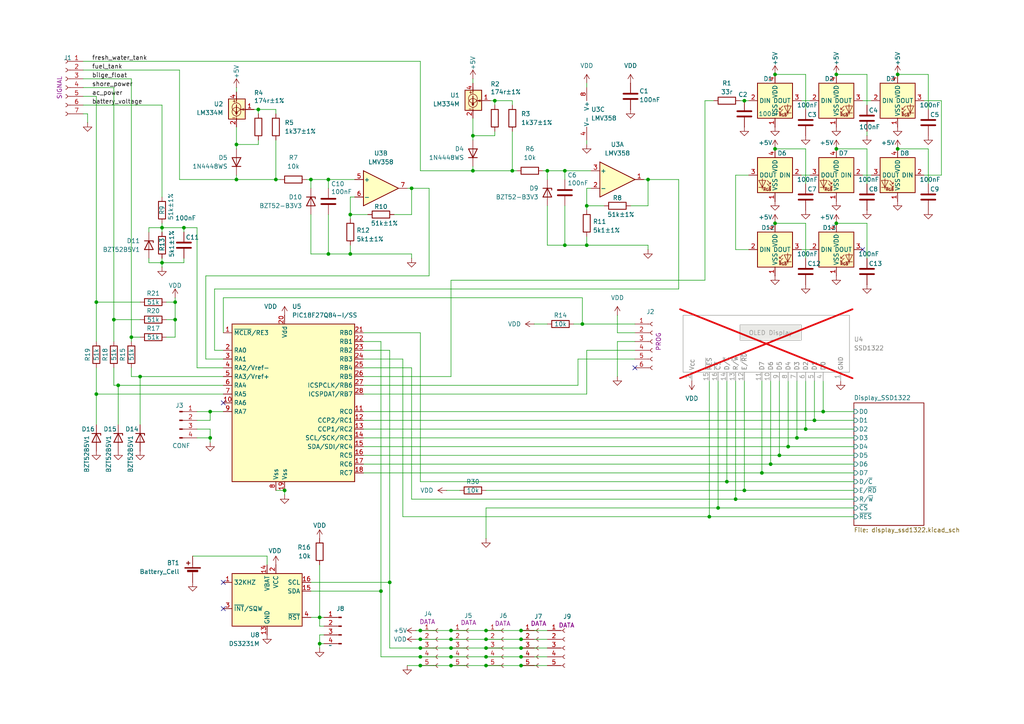
<source format=kicad_sch>
(kicad_sch (version 20250114) (generator "eeschema") (generator_version "9.0")
  (paper "A4")
  (junction (at 231.14 127))
  (junction (at 220.98 137.16))
  (junction (at 27.94 87.63))
  (junction (at 205.74 149.86))
  (junction (at 137.16 49.53))
  (junction (at 143.51 29.21))
  (junction (at 151.13 193.04))
  (junction (at 50.8 87.63))
  (junction (at 215.9 29.21))
  (junction (at 224.79 21.59))
  (junction (at 101.6 62.23))
  (junction (at 113.03 168.91))
  (junction (at 148.59 49.53))
  (junction (at 95.25 52.07))
  (junction (at 130.81 193.04))
  (junction (at 151.13 182.88))
  (junction (at 121.92 182.88))
  (junction (at 34.29 111.76))
  (junction (at 242.57 43.18))
  (junction (at 228.6 129.54))
  (junction (at 226.06 132.08))
  (junction (at 101.6 73.66))
  (junction (at 215.9 142.24))
  (junction (at 140.97 193.04))
  (junction (at 238.76 119.38))
  (junction (at 151.13 190.5))
  (junction (at 92.71 179.07))
  (junction (at 60.96 127))
  (junction (at 187.96 52.07))
  (junction (at 158.75 49.53))
  (junction (at 33.02 92.71))
  (junction (at 151.13 187.96))
  (junction (at 46.99 76.2))
  (junction (at 223.52 134.62))
  (junction (at 121.92 190.5))
  (junction (at 210.82 139.7))
  (junction (at 68.58 41.91))
  (junction (at 53.34 66.04))
  (junction (at 74.93 31.75))
  (junction (at 170.18 71.12))
  (junction (at 236.22 121.92))
  (junction (at 130.81 182.88))
  (junction (at 121.92 193.04))
  (junction (at 170.18 59.69))
  (junction (at 140.97 190.5))
  (junction (at 68.58 52.07))
  (junction (at 151.13 185.42))
  (junction (at 95.25 73.66))
  (junction (at 260.35 21.59))
  (junction (at 140.97 182.88))
  (junction (at 130.81 190.5))
  (junction (at 233.68 124.46))
  (junction (at 38.1 97.79))
  (junction (at 224.79 64.77))
  (junction (at 163.83 71.12))
  (junction (at 90.17 52.07))
  (junction (at 46.99 66.04))
  (junction (at 82.55 142.24))
  (junction (at 168.91 93.98))
  (junction (at 242.57 64.77))
  (junction (at 213.36 144.78))
  (junction (at 140.97 187.96))
  (junction (at 163.83 49.53))
  (junction (at 130.81 185.42))
  (junction (at 60.96 119.38))
  (junction (at 92.71 186.69))
  (junction (at 121.92 185.42))
  (junction (at 80.01 52.07))
  (junction (at 224.79 43.18))
  (junction (at 50.8 92.71))
  (junction (at 260.35 43.18))
  (junction (at 110.49 171.45))
  (junction (at 208.28 147.32))
  (junction (at 121.92 187.96))
  (junction (at 242.57 21.59))
  (junction (at 119.38 54.61))
  (junction (at 140.97 185.42))
  (junction (at 40.64 109.22))
  (junction (at 27.94 114.3))
  (junction (at 137.16 39.37))
  (junction (at 130.81 187.96))
  (no_connect (at 184.15 106.68))
  (no_connect (at 250.19 72.39))
  (no_connect (at 64.77 176.53))
  (no_connect (at 64.77 168.91))
  (no_connect (at 64.77 116.84))
  (wire (pts (xy 46.99 66.04) (xy 46.99 67.31)))
  (wire (pts (xy 179.07 99.06) (xy 179.07 109.22)))
  (wire (pts (xy 110.49 99.06) (xy 110.49 171.45)))
  (wire (pts (xy 232.41 72.39) (xy 234.95 72.39)))
  (wire (pts (xy 48.26 87.63) (xy 50.8 87.63)))
  (wire (pts (xy 182.88 59.69) (xy 187.96 59.69)))
  (wire (pts (xy 46.99 74.93) (xy 46.99 76.2)))
  (wire (pts (xy 220.98 110.49) (xy 220.98 137.16)))
  (wire (pts (xy 74.93 31.75) (xy 74.93 33.02)))
  (wire (pts (xy 157.48 49.53) (xy 158.75 49.53)))
  (wire (pts (xy 269.24 21.59) (xy 260.35 21.59)))
  (wire (pts (xy 213.36 144.78) (xy 119.38 144.78)))
  (wire (pts (xy 247.65 149.86) (xy 205.74 149.86)))
  (wire (pts (xy 60.96 121.92) (xy 57.15 121.92)))
  (wire (pts (xy 179.07 91.44) (xy 179.07 96.52)))
  (wire (pts (xy 269.24 31.75) (xy 269.24 21.59)))
  (wire (pts (xy 121.92 190.5) (xy 110.49 190.5)))
  (wire (pts (xy 251.46 43.18) (xy 242.57 43.18)))
  (wire (pts (xy 143.51 29.21) (xy 143.51 30.48)))
  (wire (pts (xy 46.99 76.2) (xy 46.99 77.47)))
  (wire (pts (xy 267.97 29.21) (xy 273.05 29.21)))
  (wire (pts (xy 114.3 62.23) (xy 119.38 62.23)))
  (wire (pts (xy 233.68 21.59) (xy 224.79 21.59)))
  (wire (pts (xy 34.29 111.76) (xy 34.29 123.19)))
  (wire (pts (xy 129.54 142.24) (xy 133.35 142.24)))
  (wire (pts (xy 251.46 21.59) (xy 242.57 21.59)))
  (wire (pts (xy 151.13 182.88) (xy 140.97 182.88)))
  (wire (pts (xy 93.98 181.61) (xy 92.71 181.61)))
  (wire (pts (xy 151.13 193.04) (xy 140.97 193.04)))
  (wire (pts (xy 68.58 25.4) (xy 68.58 26.67)))
  (wire (pts (xy 57.15 66.04) (xy 53.34 66.04)))
  (wire (pts (xy 34.29 111.76) (xy 64.77 111.76)))
  (wire (pts (xy 60.96 127) (xy 60.96 128.27)))
  (wire (pts (xy 101.6 71.12) (xy 101.6 73.66)))
  (wire (pts (xy 236.22 110.49) (xy 236.22 121.92)))
  (wire (pts (xy 105.41 129.54) (xy 228.6 129.54)))
  (wire (pts (xy 27.94 87.63) (xy 27.94 99.06)))
  (wire (pts (xy 77.47 161.29) (xy 55.88 161.29)))
  (wire (pts (xy 25.4 33.02) (xy 24.13 33.02)))
  (wire (pts (xy 167.64 111.76) (xy 105.41 111.76)))
  (wire (pts (xy 238.76 119.38) (xy 247.65 119.38)))
  (wire (pts (xy 68.58 52.07) (xy 80.01 52.07)))
  (wire (pts (xy 167.64 104.14) (xy 167.64 111.76)))
  (wire (pts (xy 80.01 33.02) (xy 80.01 31.75)))
  (wire (pts (xy 170.18 68.58) (xy 170.18 71.12)))
  (wire (pts (xy 68.58 36.83) (xy 68.58 41.91)))
  (wire (pts (xy 33.02 92.71) (xy 40.64 92.71)))
  (wire (pts (xy 143.51 29.21) (xy 148.59 29.21)))
  (wire (pts (xy 68.58 50.8) (xy 68.58 52.07)))
  (wire (pts (xy 50.8 97.79) (xy 50.8 92.71)))
  (wire (pts (xy 232.41 29.21) (xy 234.95 29.21)))
  (wire (pts (xy 113.03 101.6) (xy 105.41 101.6)))
  (wire (pts (xy 52.07 52.07) (xy 68.58 52.07)))
  (wire (pts (xy 228.6 129.54) (xy 247.65 129.54)))
  (wire (pts (xy 40.64 97.79) (xy 38.1 97.79)))
  (wire (pts (xy 80.01 52.07) (xy 81.28 52.07)))
  (wire (pts (xy 140.97 187.96) (xy 130.81 187.96)))
  (wire (pts (xy 90.17 171.45) (xy 110.49 171.45)))
  (wire (pts (xy 213.36 110.49) (xy 213.36 144.78)))
  (wire (pts (xy 110.49 99.06) (xy 105.41 99.06)))
  (wire (pts (xy 233.68 64.77) (xy 224.79 64.77)))
  (wire (pts (xy 208.28 110.49) (xy 208.28 147.32)))
  (wire (pts (xy 38.1 106.68) (xy 38.1 109.22)))
  (wire (pts (xy 151.13 185.42) (xy 140.97 185.42)))
  (wire (pts (xy 170.18 40.64) (xy 170.18 41.91)))
  (wire (pts (xy 64.77 86.36) (xy 168.91 86.36)))
  (wire (pts (xy 24.13 17.78) (xy 121.92 17.78)))
  (wire (pts (xy 40.64 109.22) (xy 40.64 123.19)))
  (wire (pts (xy 205.74 110.49) (xy 205.74 149.86)))
  (wire (pts (xy 163.83 49.53) (xy 171.45 49.53)))
  (wire (pts (xy 60.96 124.46) (xy 60.96 127)))
  (wire (pts (xy 74.93 41.91) (xy 68.58 41.91)))
  (wire (pts (xy 170.18 59.69) (xy 175.26 59.69)))
  (wire (pts (xy 233.68 43.18) (xy 224.79 43.18)))
  (wire (pts (xy 251.46 38.1) (xy 251.46 39.37)))
  (wire (pts (xy 158.75 71.12) (xy 163.83 71.12)))
  (wire (pts (xy 64.77 104.14) (xy 59.69 104.14)))
  (wire (pts (xy 137.16 39.37) (xy 137.16 40.64)))
  (wire (pts (xy 93.98 179.07) (xy 92.71 179.07)))
  (wire (pts (xy 187.96 59.69) (xy 187.96 52.07)))
  (wire (pts (xy 101.6 62.23) (xy 106.68 62.23)))
  (wire (pts (xy 158.75 59.69) (xy 158.75 71.12)))
  (wire (pts (xy 73.66 31.75) (xy 74.93 31.75)))
  (wire (pts (xy 170.18 59.69) (xy 170.18 60.96)))
  (wire (pts (xy 250.19 29.21) (xy 252.73 29.21)))
  (wire (pts (xy 238.76 110.49) (xy 238.76 119.38)))
  (wire (pts (xy 105.41 121.92) (xy 236.22 121.92)))
  (wire (pts (xy 60.96 119.38) (xy 60.96 121.92)))
  (wire (pts (xy 27.94 87.63) (xy 40.64 87.63)))
  (wire (pts (xy 46.99 66.04) (xy 46.99 64.77)))
  (wire (pts (xy 43.18 74.93) (xy 43.18 76.2)))
  (wire (pts (xy 33.02 111.76) (xy 34.29 111.76)))
  (wire (pts (xy 167.64 104.14) (xy 184.15 104.14)))
  (wire (pts (xy 217.17 50.8) (xy 213.36 50.8)))
  (wire (pts (xy 60.96 119.38) (xy 64.77 119.38)))
  (wire (pts (xy 170.18 24.13) (xy 170.18 25.4)))
  (wire (pts (xy 140.97 147.32) (xy 140.97 156.21)))
  (wire (pts (xy 124.46 54.61) (xy 119.38 54.61)))
  (wire (pts (xy 137.16 22.86) (xy 137.16 24.13)))
  (wire (pts (xy 90.17 168.91) (xy 113.03 168.91)))
  (wire (pts (xy 62.23 101.6) (xy 62.23 83.82)))
  (wire (pts (xy 90.17 62.23) (xy 90.17 73.66)))
  (wire (pts (xy 140.97 185.42) (xy 130.81 185.42)))
  (wire (pts (xy 119.38 62.23) (xy 119.38 54.61)))
  (wire (pts (xy 46.99 76.2) (xy 53.34 76.2)))
  (wire (pts (xy 50.8 87.63) (xy 50.8 86.36)))
  (wire (pts (xy 151.13 187.96) (xy 140.97 187.96)))
  (wire (pts (xy 148.59 49.53) (xy 149.86 49.53)))
  (wire (pts (xy 92.71 184.15) (xy 92.71 186.69)))
  (wire (pts (xy 158.75 49.53) (xy 158.75 52.07)))
  (wire (pts (xy 142.24 29.21) (xy 143.51 29.21)))
  (wire (pts (xy 210.82 110.49) (xy 210.82 139.7)))
  (wire (pts (xy 204.47 29.21) (xy 207.01 29.21)))
  (wire (pts (xy 121.92 185.42) (xy 120.65 185.42)))
  (wire (pts (xy 48.26 97.79) (xy 50.8 97.79)))
  (wire (pts (xy 154.94 93.98) (xy 158.75 93.98)))
  (wire (pts (xy 90.17 73.66) (xy 95.25 73.66)))
  (wire (pts (xy 143.51 38.1) (xy 143.51 39.37)))
  (wire (pts (xy 140.97 182.88) (xy 130.81 182.88)))
  (wire (pts (xy 95.25 52.07) (xy 102.87 52.07)))
  (wire (pts (xy 92.71 186.69) (xy 93.98 186.69)))
  (wire (pts (xy 137.16 49.53) (xy 148.59 49.53)))
  (wire (pts (xy 68.58 41.91) (xy 68.58 43.18)))
  (wire (pts (xy 158.75 190.5) (xy 151.13 190.5)))
  (wire (pts (xy 59.69 80.01) (xy 124.46 80.01)))
  (wire (pts (xy 113.03 168.91) (xy 113.03 187.96)))
  (wire (pts (xy 57.15 124.46) (xy 60.96 124.46)))
  (wire (pts (xy 250.19 50.8) (xy 252.73 50.8)))
  (wire (pts (xy 205.74 149.86) (xy 116.84 149.86)))
  (wire (pts (xy 119.38 54.61) (xy 118.11 54.61)))
  (wire (pts (xy 170.18 71.12) (xy 187.96 71.12)))
  (wire (pts (xy 105.41 124.46) (xy 233.68 124.46)))
  (wire (pts (xy 38.1 109.22) (xy 40.64 109.22)))
  (wire (pts (xy 119.38 144.78) (xy 119.38 106.68)))
  (wire (pts (xy 88.9 52.07) (xy 90.17 52.07)))
  (wire (pts (xy 158.75 49.53) (xy 163.83 49.53)))
  (wire (pts (xy 163.83 59.69) (xy 163.83 71.12)))
  (wire (pts (xy 53.34 67.31) (xy 53.34 66.04)))
  (wire (pts (xy 231.14 110.49) (xy 231.14 127)))
  (wire (pts (xy 223.52 110.49) (xy 223.52 134.62)))
  (wire (pts (xy 50.8 92.71) (xy 50.8 87.63)))
  (wire (pts (xy 251.46 74.93) (xy 251.46 64.77)))
  (wire (pts (xy 43.18 76.2) (xy 46.99 76.2)))
  (wire (pts (xy 57.15 127) (xy 60.96 127)))
  (wire (pts (xy 121.92 96.52) (xy 105.41 96.52)))
  (wire (pts (xy 90.17 52.07) (xy 95.25 52.07)))
  (wire (pts (xy 116.84 149.86) (xy 116.84 104.14)))
  (wire (pts (xy 196.85 83.82) (xy 196.85 52.07)))
  (wire (pts (xy 158.75 185.42) (xy 151.13 185.42)))
  (wire (pts (xy 233.68 31.75) (xy 233.68 21.59)))
  (wire (pts (xy 92.71 181.61) (xy 92.71 179.07)))
  (wire (pts (xy 204.47 81.28) (xy 204.47 29.21)))
  (wire (pts (xy 140.97 142.24) (xy 215.9 142.24)))
  (wire (pts (xy 27.94 114.3) (xy 27.94 123.19)))
  (wire (pts (xy 90.17 179.07) (xy 92.71 179.07)))
  (wire (pts (xy 124.46 80.01) (xy 124.46 54.61)))
  (wire (pts (xy 233.68 53.34) (xy 233.68 43.18)))
  (wire (pts (xy 119.38 73.66) (xy 119.38 74.93)))
  (wire (pts (xy 33.02 25.4) (xy 33.02 92.71)))
  (wire (pts (xy 247.65 139.7) (xy 210.82 139.7)))
  (wire (pts (xy 215.9 110.49) (xy 215.9 142.24)))
  (wire (pts (xy 158.75 193.04) (xy 151.13 193.04)))
  (wire (pts (xy 215.9 29.21) (xy 217.17 29.21)))
  (wire (pts (xy 59.69 104.14) (xy 59.69 80.01)))
  (wire (pts (xy 93.98 184.15) (xy 92.71 184.15)))
  (wire (pts (xy 187.96 71.12) (xy 187.96 72.39)))
  (wire (pts (xy 148.59 30.48) (xy 148.59 29.21)))
  (wire (pts (xy 27.94 114.3) (xy 64.77 114.3)))
  (wire (pts (xy 247.65 144.78) (xy 213.36 144.78)))
  (wire (pts (xy 236.22 121.92) (xy 247.65 121.92)))
  (wire (pts (xy 80.01 40.64) (xy 80.01 52.07)))
  (wire (pts (xy 213.36 72.39) (xy 217.17 72.39)))
  (wire (pts (xy 158.75 187.96) (xy 151.13 187.96)))
  (wire (pts (xy 82.55 142.24) (xy 82.55 143.51)))
  (wire (pts (xy 121.92 187.96) (xy 113.03 187.96)))
  (wire (pts (xy 151.13 190.5) (xy 140.97 190.5)))
  (wire (pts (xy 148.59 38.1) (xy 148.59 49.53)))
  (wire (pts (xy 130.81 81.28) (xy 204.47 81.28)))
  (wire (pts (xy 38.1 97.79) (xy 38.1 99.06)))
  (wire (pts (xy 90.17 52.07) (xy 90.17 54.61)))
  (wire (pts (xy 163.83 52.07) (xy 163.83 49.53)))
  (wire (pts (xy 171.45 54.61) (xy 170.18 54.61)))
  (wire (pts (xy 213.36 50.8) (xy 213.36 72.39)))
  (wire (pts (xy 269.24 43.18) (xy 260.35 43.18)))
  (wire (pts (xy 121.92 182.88) (xy 120.65 182.88)))
  (wire (pts (xy 170.18 101.6) (xy 184.15 101.6)))
  (wire (pts (xy 105.41 106.68) (xy 119.38 106.68)))
  (wire (pts (xy 163.83 71.12) (xy 170.18 71.12)))
  (wire (pts (xy 247.65 147.32) (xy 208.28 147.32)))
  (wire (pts (xy 24.13 25.4) (xy 33.02 25.4)))
  (wire (pts (xy 105.41 109.22) (xy 130.81 109.22)))
  (wire (pts (xy 105.41 119.38) (xy 238.76 119.38)))
  (wire (pts (xy 228.6 110.49) (xy 228.6 129.54)))
  (wire (pts (xy 52.07 20.32) (xy 52.07 52.07)))
  (wire (pts (xy 233.68 110.49) (xy 233.68 124.46)))
  (wire (pts (xy 27.94 114.3) (xy 27.94 106.68)))
  (wire (pts (xy 143.51 39.37) (xy 137.16 39.37)))
  (wire (pts (xy 121.92 193.04) (xy 118.11 193.04)))
  (wire (pts (xy 105.41 134.62) (xy 223.52 134.62)))
  (wire (pts (xy 269.24 53.34) (xy 269.24 43.18)))
  (wire (pts (xy 168.91 86.36) (xy 168.91 93.98)))
  (wire (pts (xy 232.41 50.8) (xy 234.95 50.8)))
  (wire (pts (xy 168.91 93.98) (xy 184.15 93.98)))
  (wire (pts (xy 57.15 119.38) (xy 60.96 119.38)))
  (wire (pts (xy 27.94 27.94) (xy 27.94 87.63)))
  (wire (pts (xy 102.87 57.15) (xy 101.6 57.15)))
  (wire (pts (xy 38.1 22.86) (xy 24.13 22.86)))
  (wire (pts (xy 251.46 53.34) (xy 251.46 43.18)))
  (wire (pts (xy 105.41 132.08) (xy 226.06 132.08)))
  (wire (pts (xy 43.18 66.04) (xy 43.18 67.31)))
  (wire (pts (xy 77.47 163.83) (xy 77.47 161.29)))
  (wire (pts (xy 64.77 101.6) (xy 62.23 101.6)))
  (wire (pts (xy 273.05 29.21) (xy 273.05 50.8)))
  (wire (pts (xy 53.34 74.93) (xy 53.34 76.2)))
  (wire (pts (xy 184.15 96.52) (xy 179.07 96.52)))
  (wire (pts (xy 113.03 101.6) (xy 113.03 168.91)))
  (wire (pts (xy 105.41 127) (xy 231.14 127)))
  (wire (pts (xy 223.52 134.62) (xy 247.65 134.62)))
  (wire (pts (xy 46.99 66.04) (xy 43.18 66.04)))
  (wire (pts (xy 140.97 190.5) (xy 130.81 190.5)))
  (wire (pts (xy 95.25 54.61) (xy 95.25 52.07)))
  (wire (pts (xy 196.85 52.07) (xy 187.96 52.07)))
  (wire (pts (xy 170.18 54.61) (xy 170.18 59.69)))
  (wire (pts (xy 140.97 193.04) (xy 130.81 193.04)))
  (wire (pts (xy 46.99 66.04) (xy 53.34 66.04)))
  (wire (pts (xy 137.16 48.26) (xy 137.16 49.53)))
  (wire (pts (xy 226.06 110.49) (xy 226.06 132.08)))
  (wire (pts (xy 24.13 27.94) (xy 27.94 27.94)))
  (wire (pts (xy 74.93 31.75) (xy 80.01 31.75)))
  (wire (pts (xy 121.92 96.52) (xy 121.92 139.7)))
  (wire (pts (xy 226.06 132.08) (xy 247.65 132.08)))
  (wire (pts (xy 214.63 29.21) (xy 215.9 29.21)))
  (wire (pts (xy 62.23 83.82) (xy 196.85 83.82)))
  (wire (pts (xy 231.14 127) (xy 247.65 127)))
  (wire (pts (xy 33.02 99.06) (xy 33.02 92.71)))
  (wire (pts (xy 92.71 179.07) (xy 92.71 163.83)))
  (wire (pts (xy 105.41 137.16) (xy 220.98 137.16)))
  (wire (pts (xy 130.81 185.42) (xy 121.92 185.42)))
  (wire (pts (xy 233.68 74.93) (xy 233.68 64.77)))
  (wire (pts (xy 184.15 99.06) (xy 179.07 99.06)))
  (wire (pts (xy 74.93 40.64) (xy 74.93 41.91)))
  (wire (pts (xy 38.1 22.86) (xy 38.1 97.79)))
  (wire (pts (xy 158.75 182.88) (xy 151.13 182.88)))
  (wire (pts (xy 48.26 92.71) (xy 50.8 92.71)))
  (wire (pts (xy 24.13 30.48) (xy 46.99 30.48)))
  (wire (pts (xy 24.13 20.32) (xy 52.07 20.32)))
  (wire (pts (xy 273.05 50.8) (xy 267.97 50.8)))
  (wire (pts (xy 64.77 96.52) (xy 64.77 86.36)))
  (wire (pts (xy 130.81 190.5) (xy 121.92 190.5)))
  (wire (pts (xy 101.6 62.23) (xy 101.6 63.5)))
  (wire (pts (xy 130.81 187.96) (xy 121.92 187.96)))
  (wire (pts (xy 208.28 147.32) (xy 140.97 147.32)))
  (wire (pts (xy 105.41 114.3) (xy 170.18 114.3)))
  (wire (pts (xy 210.82 139.7) (xy 121.92 139.7)))
  (wire (pts (xy 33.02 111.76) (xy 33.02 106.68)))
  (wire (pts (xy 137.16 34.29) (xy 137.16 39.37)))
  (wire (pts (xy 92.71 186.69) (xy 92.71 187.96)))
  (wire (pts (xy 166.37 93.98) (xy 168.91 93.98)))
  (wire (pts (xy 80.01 142.24) (xy 82.55 142.24)))
  (wire (pts (xy 25.4 33.02) (xy 25.4 35.56)))
  (wire (pts (xy 121.92 49.53) (xy 137.16 49.53)))
  (wire (pts (xy 40.64 109.22) (xy 64.77 109.22)))
  (wire (pts (xy 130.81 182.88) (xy 121.92 182.88)))
  (wire (pts (xy 95.25 73.66) (xy 101.6 73.66)))
  (wire (pts (xy 251.46 30.48) (xy 251.46 21.59)))
  (wire (pts (xy 130.81 81.28) (xy 130.81 109.22)))
  (wire (pts (xy 170.18 114.3) (xy 170.18 101.6)))
  (wire (pts (xy 130.81 193.04) (xy 121.92 193.04)))
  (wire (pts (xy 46.99 57.15) (xy 46.99 30.48)))
  (wire (pts (xy 220.98 137.16) (xy 247.65 137.16)))
  (wire (pts (xy 57.15 106.68) (xy 57.15 66.04)))
  (wire (pts (xy 187.96 52.07) (xy 186.69 52.07)))
  (wire (pts (xy 101.6 73.66) (xy 119.38 73.66)))
  (wire (pts (xy 110.49 171.45) (xy 110.49 190.5)))
  (wire (pts (xy 233.68 124.46) (xy 247.65 124.46)))
  (wire (pts (xy 251.46 64.77) (xy 242.57 64.77)))
  (wire (pts (xy 101.6 57.15) (xy 101.6 62.23)))
  (wire (pts (xy 116.84 104.14) (xy 105.41 104.14)))
  (wire (pts (xy 121.92 17.78) (xy 121.92 49.53)))
  (wire (pts (xy 64.77 106.68) (xy 57.15 106.68)))
  (wire (pts (xy 215.9 142.24) (xy 247.65 142.24)))
  (wire (pts (xy 95.25 62.23) (xy 95.25 73.66)))
  (label "bilge_float" (at 26.67 22.86 0))
  (label "fresh_water_tank" (at 26.67 17.78 0))
  (label "shore_power" (at 26.67 25.4 0))
  (label "battery_voltage" (at 26.67 30.48 0))
  (label "ac_power" (at 26.67 27.94 0))
  (label "fuel_tank" (at 26.67 20.32 0))
  (symbol (lib_id "Connector:Conn_01x07_Socket") (at 19.05 25.4 0) (mirror y) (unit 1)
    (property "Reference" "J1" (at 20.828 16.764 0) (effects (justify left)))
    (property "Footprint" "Connector_Molex:Molex_Pico-Lock_504050-0791_1x07-1MP_P1.50mm_Horizontal" (effects (hide yes)))
    (property "Description" "Generic connector, single row, 01x07, script generated" (effects (hide yes)))
    (property "Label" "SIGNAL" (at 17.272 25.4 90))
  )
  (symbol (lib_id "Device:R") (at 44.45 87.63 270) (mirror x) (unit 1)
    (property "Reference" "R21" (at 44.45 85.09 90))
    (property "Value" "51k" (at 44.45 87.63 90))
    (property "Footprint" "Resistor_SMD:R_0805_2012Metric_Pad1.20x1.40mm_HandSolder" (effects (hide yes)))
    (property "Description" "Resistor" (effects (hide yes)))
  )
  (symbol (lib_id "power:GND") (at 233.68 82.55 0) (mirror y) (unit 1)
    (property "Reference" "#PWR034" (effects (hide yes)))
    (property "Value" "GND" (effects (hide yes)))
    (property "Description" "Power symbol creates a global label with name \"GND\" , ground" (effects (hide yes)))
  )
  (symbol (lib_id "Device:C") (at 251.46 34.29 0) (unit 1)
    (property "Reference" "C4" (at 251.968 32.004 0) (effects (justify left)))
    (property "Value" "100nF" (at 249.174 36.83 0) (effects (justify left)))
    (property "Footprint" "Capacitor_SMD:C_0805_2012Metric_Pad1.18x1.45mm_HandSolder" (effects (hide yes)))
    (property "Description" "Unpolarized capacitor" (effects (hide yes)))
  )
  (symbol (lib_id "panel-library:SSD1322_board") (at 223.52 107.95 90) (unit 1) (dnp yes)
    (property "Reference" "U4" (at 247.65 98.4249 90) (effects (justify right)))
    (property "Value" "SSD1322" (at 247.65 100.9649 90) (effects (justify right)))
    (property "Footprint" "panel-library:Display_256x64_3.12in_board" (effects (hide yes)))
  )
  (symbol (lib_id "Device:C") (at 251.46 78.74 0) (unit 1)
    (property "Reference" "C13" (at 251.968 76.454 0) (effects (justify left)))
    (property "Value" "100nF" (at 248.92 73.66 0) (effects (justify left)))
    (property "Footprint" "Capacitor_SMD:C_0805_2012Metric_Pad1.18x1.45mm_HandSolder" (effects (hide yes)))
    (property "Description" "Unpolarized capacitor" (effects (hide yes)))
  )
  (symbol (lib_id "power:+5V") (at 68.58 25.4 0) (unit 1)
    (property "Reference" "#PWR07" (effects (hide yes)))
    (property "Value" "+5V" (at 68.58 20.828 90))
    (property "Description" "Power symbol creates a global label with name \"+5V\"" (effects (hide yes)))
  )
  (symbol (lib_id "Device:R") (at 92.71 160.02 0) (mirror x) (unit 1)
    (property "Reference" "R16" (at 90.17 158.7499 0) (effects (justify right)))
    (property "Value" "10k" (at 90.17 161.2899 0) (effects (justify right)))
    (property "Footprint" "Resistor_SMD:R_0805_2012Metric_Pad1.20x1.40mm_HandSolder" (effects (hide yes)))
    (property "Description" "Resistor" (effects (hide yes)))
  )
  (symbol (lib_id "Device:R") (at 85.09 52.07 90) (unit 1)
    (property "Reference" "R7" (at 85.09 45.72 90))
    (property "Value" "10k" (at 85.09 48.26 90))
    (property "Footprint" "Resistor_SMD:R_0805_2012Metric_Pad1.20x1.40mm_HandSolder" (effects (hide yes)))
    (property "Description" "Resistor" (effects (hide yes)))
  )
  (symbol (lib_id "power:VDD") (at 129.54 142.24 90) (unit 1)
    (property "Reference" "#PWR039" (effects (hide yes)))
    (property "Value" "VDD" (at 125.73 142.2399 90) (effects (justify left)))
    (property "Description" "Power symbol creates a global label with name \"VDD\"" (effects (hide yes)))
  )
  (symbol (lib_id "power:GND") (at 251.46 82.55 0) (mirror y) (unit 1)
    (property "Reference" "#PWR035" (effects (hide yes)))
    (property "Value" "GND" (effects (hide yes)))
    (property "Description" "Power symbol creates a global label with name \"GND\" , ground" (effects (hide yes)))
  )
  (symbol (lib_id "Device:R") (at 179.07 59.69 270) (unit 1)
    (property "Reference" "R8" (at 179.07 57.404 90))
    (property "Value" "51k±1%" (at 180.086 62.23 90))
    (property "Footprint" "Resistor_SMD:R_0603_1608Metric_Pad0.98x0.95mm_HandSolder" (effects (hide yes)))
    (property "Description" "Resistor" (effects (hide yes)))
  )
  (symbol (lib_id "Device:R") (at 44.45 97.79 270) (mirror x) (unit 1)
    (property "Reference" "R17" (at 44.45 95.25 90))
    (property "Value" "51k" (at 44.45 97.79 90))
    (property "Footprint" "Resistor_SMD:R_0805_2012Metric_Pad1.20x1.40mm_HandSolder" (effects (hide yes)))
    (property "Description" "Resistor" (effects (hide yes)))
  )
  (symbol (lib_id "Amplifier_Operational:LMV358") (at 110.49 54.61 0) (unit 2)
    (property "Reference" "U3" (at 110.49 44.45 0))
    (property "Value" "LMV358" (at 110.49 46.99 0))
    (property "Footprint" "Package_SO:SOIC-8_3.9x4.9mm_P1.27mm" (effects (hide yes)))
    (property "Datasheet" "http://www.ti.com/lit/ds/symlink/lmv324.pdf" (effects (hide yes)))
    (property "Description" "Dual Low-Voltage Rail-to-Rail Output Operational Amplifiers, SOIC-8/SSOP-8" (effects (hide yes)))
  )
  (symbol (lib_id "Diode:1N4448WS") (at 137.16 44.45 270) (mirror x) (unit 1)
    (property "Reference" "D4" (at 134.62 43.1799 90) (effects (justify right)))
    (property "Value" "1N4448WS" (at 134.62 45.7199 90) (effects (justify right)))
    (property "Footprint" "Diode_SMD:D_SOD-323" (effects (hide yes)))
    (property "Datasheet" "https://www.vishay.com/docs/81387/1n4448ws.pdf" (effects (hide yes)))
    (property "Description" "75V 0.15A Small Signal Fast switching Diode, SOD-323" (effects (hide yes)))
    (property "Sim.Device" "D" (effects (hide yes)))
    (property "Sim.Pins" "1=K 2=A" (effects (hide yes)))
  )
  (symbol (lib_id "power:GND") (at 119.38 74.93 0) (unit 1)
    (property "Reference" "#PWR030" (effects (hide yes)))
    (property "Value" "GND" (effects (hide yes)))
    (property "Description" "Power symbol creates a global label with name \"GND\" , ground" (effects (hide yes)))
  )
  (symbol (lib_id "LED:LiteOn_LTST-E563C") (at 224.79 50.8 0) (mirror y) (unit 1)
    (property "Reference" "D6" (at 226.822 44.45 0))
    (property "Value" "LiteOn_LTST-E563C" (effects (hide yes)))
    (property "Footprint" "panel-library:LED_LiteOn_LTST-E563C_PLCC4_5.0x5.0mm_P3.2mm" (effects (hide yes)))
    (property "Datasheet" "https://optoelectronics.liteon.com/upload/download/DS35-2018-0092/LTST-E563CHEGBW-AW.PDF" (effects (hide yes)))
    (property "Description" "5x5mm RGB LED with integrated controller" (effects (hide yes)))
  )
  (symbol (lib_id "Device:R") (at 27.94 102.87 0) (mirror y) (unit 1)
    (property "Reference" "R19" (at 25.4 102.87 90))
    (property "Value" "51k" (at 27.94 102.87 90))
    (property "Footprint" "Resistor_SMD:R_0805_2012Metric_Pad1.20x1.40mm_HandSolder" (effects (hide yes)))
    (property "Description" "Resistor" (effects (hide yes)))
  )
  (symbol (lib_id "Device:C") (at 53.34 71.12 0) (unit 1)
    (property "Reference" "C11" (at 53.848 68.834 0) (effects (justify left)))
    (property "Value" "100nF" (at 50.8 63.246 0) (effects (justify left)))
    (property "Footprint" "Capacitor_SMD:C_0805_2012Metric_Pad1.18x1.45mm_HandSolder" (effects (hide yes)))
    (property "Description" "Unpolarized capacitor" (effects (hide yes)))
  )
  (symbol (lib_id "Connector:Conn_01x05_Socket") (at 127 187.96 0) (unit 1)
    (property "Reference" "J4" (at 122.936 178.054 0) (effects (justify left)))
    (property "Footprint" "Connector_Molex:Molex_Pico-Lock_504050-0591_1x05-1MP_P1.50mm_Horizontal" (effects (hide yes)))
    (property "Description" "Generic connector, single row, 01x05, script generated" (effects (hide yes)))
    (property "Label" "DATA" (at 123.952 180.34 0))
  )
  (symbol (lib_id "Timer_RTC:DS3231M") (at 77.47 173.99 0) (mirror y) (unit 1)
    (property "Reference" "U8" (at 75.3267 184.15 0) (effects (justify left)))
    (property "Value" "DS3231M" (at 75.3267 186.69 0) (effects (justify left)))
    (property "Footprint" "Package_SO:SOIC-16W_7.5x10.3mm_P1.27mm" (effects (hide yes)))
    (property "Datasheet" "http://datasheets.maximintegrated.com/en/ds/DS3231.pdf" (effects (hide yes)))
    (property "Description" "Extremely Accurate I2C-Integrated RTC/TCXO/Crystal SOIC-16" (effects (hide yes)))
  )
  (symbol (lib_id "power:GND") (at 46.99 77.47 0) (unit 1)
    (property "Reference" "#PWR031" (effects (hide yes)))
    (property "Value" "GND" (effects (hide yes)))
    (property "Description" "Power symbol creates a global label with name \"GND\" , ground" (effects (hide yes)))
  )
  (symbol (lib_id "power:+5V") (at 137.16 22.86 0) (unit 1)
    (property "Reference" "#PWR04" (effects (hide yes)))
    (property "Value" "+5V" (at 137.16 18.288 90))
    (property "Description" "Power symbol creates a global label with name \"+5V\"" (effects (hide yes)))
  )
  (symbol (lib_id "power:GND") (at 224.79 80.01 0) (mirror y) (unit 1)
    (property "Reference" "#PWR032" (effects (hide yes)))
    (property "Value" "GND" (effects (hide yes)))
    (property "Description" "Power symbol creates a global label with name \"GND\" , ground" (effects (hide yes)))
  )
  (symbol (lib_id "Device:R") (at 74.93 36.83 0) (unit 1)
    (property "Reference" "R4" (at 73.66 26.924 0) (effects (justify left)))
    (property "Value" "174r±1%" (at 73.66 29.21 0) (effects (justify left)))
    (property "Footprint" "Resistor_SMD:R_0805_2012Metric_Pad1.20x1.40mm_HandSolder" (effects (hide yes)))
    (property "Description" "Resistor" (effects (hide yes)))
  )
  (symbol (lib_id "Device:R") (at 101.6 67.31 180) (unit 1)
    (property "Reference" "R12" (at 103.378 66.802 0) (effects (justify right)))
    (property "Value" "5k1±1%" (at 103.378 69.342 0) (effects (justify right)))
    (property "Footprint" "Resistor_SMD:R_0603_1608Metric_Pad0.98x0.95mm_HandSolder" (effects (hide yes)))
    (property "Description" "Resistor" (effects (hide yes)))
  )
  (symbol (lib_id "Device:R") (at 137.16 142.24 90) (unit 1)
    (property "Reference" "R30" (at 137.16 139.7 90))
    (property "Value" "10k" (at 137.16 142.24 90))
    (property "Footprint" "Resistor_SMD:R_0805_2012Metric_Pad1.20x1.40mm_HandSolder" (effects (hide yes)))
    (property "Description" "Resistor" (effects (hide yes)))
  )
  (symbol (lib_id "Device:R") (at 170.18 64.77 180) (unit 1)
    (property "Reference" "R11" (at 171.958 64.262 0) (effects (justify right)))
    (property "Value" "5k1±1%" (at 171.958 66.802 0) (effects (justify right)))
    (property "Footprint" "Resistor_SMD:R_0603_1608Metric_Pad0.98x0.95mm_HandSolder" (effects (hide yes)))
    (property "Description" "Resistor" (effects (hide yes)))
  )
  (symbol (lib_id "power:GND") (at 260.35 58.42 0) (mirror y) (unit 1)
    (property "Reference" "#PWR023" (effects (hide yes)))
    (property "Value" "GND" (effects (hide yes)))
    (property "Description" "Power symbol creates a global label with name \"GND\" , ground" (effects (hide yes)))
  )
  (symbol (lib_id "power:GND") (at 82.55 143.51 0) (unit 1)
    (property "Reference" "#PWR048" (effects (hide yes)))
    (property "Value" "GND" (effects (hide yes)))
    (property "Description" "Power symbol creates a global label with name \"GND\" , ground" (effects (hide yes)))
  )
  (symbol (lib_id "power:GND") (at 140.97 156.21 0) (unit 1)
    (property "Reference" "#PWR042" (effects (hide yes)))
    (property "Value" "GND" (effects (hide yes)))
    (property "Description" "Power symbol creates a global label with name \"GND\" , ground" (effects (hide yes)))
  )
  (symbol (lib_id "power:+5V") (at 224.79 64.77 0) (mirror y) (unit 1)
    (property "Reference" "#PWR027" (effects (hide yes)))
    (property "Value" "+5V" (at 221.996 62.992 0))
    (property "Description" "Power symbol creates a global label with name \"+5V\"" (effects (hide yes)))
  )
  (symbol (lib_id "power:GND") (at 242.57 36.83 0) (mirror y) (unit 1)
    (property "Reference" "#PWR012" (effects (hide yes)))
    (property "Value" "GND" (effects (hide yes)))
    (property "Description" "Power symbol creates a global label with name \"GND\" , ground" (effects (hide yes)))
  )
  (symbol (lib_id "LED:LiteOn_LTST-E563C") (at 224.79 72.39 0) (unit 1)
    (property "Reference" "D12" (at 222.758 66.04 0))
    (property "Value" "LiteOn_LTST-E563C" (effects (hide yes)))
    (property "Footprint" "panel-library:LED_LiteOn_LTST-E563C_PLCC4_5.0x5.0mm_P3.2mm" (effects (hide yes)))
    (property "Datasheet" "https://optoelectronics.liteon.com/upload/download/DS35-2018-0092/LTST-E563CHEGBW-AW.PDF" (effects (hide yes)))
    (property "Description" "5x5mm RGB LED with integrated controller" (effects (hide yes)))
  )
  (symbol (lib_id "power:VDD") (at 200.66 110.49 180) (unit 1)
    (property "Reference" "#PWR045" (effects (hide yes)))
    (property "Value" "VDD" (at 200.66 115.57 0))
    (property "Description" "Power symbol creates a global label with name \"VDD\"" (effects (hide yes)))
  )
  (symbol (lib_id "Connector:Conn_01x04_Pin") (at 52.07 121.92 0) (unit 1)
    (property "Reference" "J3" (at 52.07 117.602 0))
    (property "Value" "CONF" (at 52.578 129.286 0))
    (property "Footprint" "Connector_PinHeader_2.00mm:PinHeader_1x04_P2.00mm_Vertical_SMD_Pin1Left" (effects (hide yes)))
    (property "Description" "Generic connector, single row, 01x04, script generated" (effects (hide yes)))
    (property "Label" "CONF" (effects (hide yes)))
  )
  (symbol (lib_id "Device:R") (at 162.56 93.98 90) (unit 1)
    (property "Reference" "R14" (at 162.56 91.44 90))
    (property "Value" "10k" (at 162.56 93.98 90))
    (property "Footprint" "Resistor_SMD:R_0805_2012Metric_Pad1.20x1.40mm_HandSolder" (effects (hide yes)))
    (property "Description" "Resistor" (effects (hide yes)))
  )
  (symbol (lib_id "power:GND") (at 118.11 193.04 0) (unit 1)
    (property "Reference" "#PWR064" (effects (hide yes)))
    (property "Value" "GND" (effects (hide yes)))
    (property "Description" "Power symbol creates a global label with name \"GND\" , ground" (effects (hide yes)))
  )
  (symbol (lib_id "Diode:BZT52Bxx") (at 43.18 71.12 270) (unit 1)
    (property "Reference" "D11" (at 40.64 69.8499 90) (effects (justify right)))
    (property "Value" "BZT52B5V1" (at 40.64 72.3899 90) (effects (justify right)))
    (property "Footprint" "Diode_SMD:D_SOD-123" (effects (hide yes)))
    (property "Datasheet" "https://diotec.com/tl_files/diotec/files/pdf/datasheets/bzt52b2v4.pdf" (effects (hide yes)))
    (property "Description" "500mW Zener Diode, SOD-123F" (effects (hide yes)))
  )
  (symbol (lib_id "Amplifier_Operational:LMV358") (at 172.72 33.02 0) (unit 3)
    (property "Reference" "U3" (at 171.45 31.7499 0) (effects (justify left)))
    (property "Value" "LMV358" (at 171.45 34.2899 0) (effects (justify left)))
    (property "Footprint" "Package_SO:SOIC-8_3.9x4.9mm_P1.27mm" (effects (hide yes)))
    (property "Datasheet" "http://www.ti.com/lit/ds/symlink/lmv324.pdf" (effects (hide yes)))
    (property "Description" "Dual Low-Voltage Rail-to-Rail Output Operational Amplifiers, SOIC-8/SSOP-8" (effects (hide yes)))
  )
  (symbol (lib_id "power:VDD") (at 82.55 91.44 0) (unit 1)
    (property "Reference" "#PWR036" (effects (hide yes)))
    (property "Value" "VDD" (at 78.486 88.9 0))
    (property "Description" "Power symbol creates a global label with name \"VDD\"" (effects (hide yes)))
  )
  (symbol (lib_id "Device:R") (at 33.02 102.87 0) (mirror y) (unit 1)
    (property "Reference" "R18" (at 30.48 102.87 90))
    (property "Value" "51k" (at 33.02 102.87 90))
    (property "Footprint" "Resistor_SMD:R_0805_2012Metric_Pad1.20x1.40mm_HandSolder" (effects (hide yes)))
    (property "Description" "Resistor" (effects (hide yes)))
  )
  (symbol (lib_id "power:GND") (at 40.64 130.81 0) (unit 1)
    (property "Reference" "#PWR041" (effects (hide yes)))
    (property "Value" "GND" (effects (hide yes)))
    (property "Description" "Power symbol creates a global label with name \"GND\" , ground" (effects (hide yes)))
  )
  (symbol (lib_id "Device:C") (at 163.83 55.88 0) (unit 1)
    (property "Reference" "C6" (at 164.592 50.8 0) (effects (justify left)))
    (property "Value" "100nF" (at 164.592 53.086 0) (effects (justify left)))
    (property "Footprint" "Capacitor_SMD:C_0805_2012Metric_Pad1.18x1.45mm_HandSolder" (effects (hide yes)))
    (property "Description" "Unpolarized capacitor" (effects (hide yes)))
  )
  (symbol (lib_id "power:GND") (at 77.47 184.15 0) (mirror y) (unit 1)
    (property "Reference" "#PWR061" (effects (hide yes)))
    (property "Value" "GND" (effects (hide yes)))
    (property "Description" "Power symbol creates a global label with name \"GND\" , ground" (effects (hide yes)))
  )
  (symbol (lib_id "LED:LiteOn_LTST-E563C") (at 242.57 72.39 0) (unit 1)
    (property "Reference" "D13" (at 240.538 66.04 0))
    (property "Value" "LiteOn_LTST-E563C" (effects (hide yes)))
    (property "Footprint" "panel-library:LED_LiteOn_LTST-E563C_PLCC4_5.0x5.0mm_P3.2mm" (effects (hide yes)))
    (property "Datasheet" "https://optoelectronics.liteon.com/upload/download/DS35-2018-0092/LTST-E563CHEGBW-AW.PDF" (effects (hide yes)))
    (property "Description" "5x5mm RGB LED with integrated controller" (effects (hide yes)))
  )
  (symbol (lib_id "power:GND") (at 187.96 72.39 0) (unit 1)
    (property "Reference" "#PWR029" (effects (hide yes)))
    (property "Value" "GND" (effects (hide yes)))
    (property "Description" "Power symbol creates a global label with name \"GND\" , ground" (effects (hide yes)))
  )
  (symbol (lib_id "Device:R") (at 46.99 60.96 0) (unit 1)
    (property "Reference" "R9" (at 46.99 60.96 90))
    (property "Value" "51k±1%" (at 49.53 59.944 90))
    (property "Footprint" "Resistor_SMD:R_0603_1608Metric_Pad0.98x0.95mm_HandSolder" (effects (hide yes)))
    (property "Description" "Resistor" (effects (hide yes)))
  )
  (symbol (lib_id "power:VDD") (at 92.71 156.21 0) (mirror y) (unit 1)
    (property "Reference" "#PWR052" (effects (hide yes)))
    (property "Value" "VDD" (at 92.71 152.4 0))
    (property "Description" "Power symbol creates a global label with name \"VDD\"" (effects (hide yes)))
  )
  (symbol (lib_id "panel-library:PIC18F26Q84_ISS") (at 85.09 116.84 0) (unit 1)
    (property "Reference" "U5" (at 84.6933 88.9 0) (effects (justify left)))
    (property "Value" "PIC18F27Q84-I/SS" (at 84.6933 91.44 0) (effects (justify left)))
    (property "Footprint" "panel-library:SSOP-28-5.3mm" (effects (hide yes)))
    (property "Datasheet" "https://www.mouser.es/datasheet/3/282/1/PIC18F26-46-56Q84-Data-Sheet-DS40002259.pdf" (effects (hide yes)))
  )
  (symbol (lib_id "power:VDD") (at 154.94 93.98 90) (unit 1)
    (property "Reference" "#PWR038" (effects (hide yes)))
    (property "Value" "VDD" (at 151.13 93.9799 90) (effects (justify left)))
    (property "Description" "Power symbol creates a global label with name \"VDD\"" (effects (hide yes)))
  )
  (symbol (lib_id "power:GND") (at 215.9 36.83 0) (mirror y) (unit 1)
    (property "Reference" "#PWR010" (effects (hide yes)))
    (property "Value" "GND" (effects (hide yes)))
    (property "Description" "Power symbol creates a global label with name \"GND\" , ground" (effects (hide yes)))
  )
  (symbol (lib_id "power:GND") (at 25.4 35.56 0) (unit 1)
    (property "Reference" "#PWR09" (effects (hide yes)))
    (property "Value" "GND" (effects (hide yes)))
    (property "Description" "Power symbol creates a global label with name \"GND\" , ground" (effects (hide yes)))
  )
  (symbol (lib_id "power:+5V") (at 224.79 43.18 0) (mirror y) (unit 1)
    (property "Reference" "#PWR018" (effects (hide yes)))
    (property "Value" "+5V" (at 221.996 41.402 0))
    (property "Description" "Power symbol creates a global label with name \"+5V\"" (effects (hide yes)))
  )
  (symbol (lib_id "Device:R") (at 148.59 34.29 0) (unit 1)
    (property "Reference" "R3" (at 151.13 33.0199 0) (effects (justify left)))
    (property "Value" "1k37±1%" (at 151.13 35.5599 0) (effects (justify left)))
    (property "Footprint" "Resistor_SMD:R_0805_2012Metric_Pad1.20x1.40mm_HandSolder" (effects (hide yes)))
    (property "Description" "Resistor" (effects (hide yes)))
  )
  (symbol (lib_id "Device:R") (at 210.82 29.21 90) (mirror x) (unit 1)
    (property "Reference" "R1" (at 210.82 24.13 90))
    (property "Value" "33r" (at 210.82 26.67 90))
    (property "Footprint" "Resistor_SMD:R_0805_2012Metric_Pad1.20x1.40mm_HandSolder" (effects (hide yes)))
    (property "Description" "Resistor" (effects (hide yes)))
  )
  (symbol (lib_id "LED:LiteOn_LTST-E563C") (at 260.35 29.21 0) (unit 1)
    (property "Reference" "D3" (at 258.318 22.86 0))
    (property "Value" "LiteOn_LTST-E563C" (effects (hide yes)))
    (property "Footprint" "panel-library:LED_LiteOn_LTST-E563C_PLCC4_5.0x5.0mm_P3.2mm" (effects (hide yes)))
    (property "Datasheet" "https://optoelectronics.liteon.com/upload/download/DS35-2018-0092/LTST-E563CHEGBW-AW.PDF" (effects (hide yes)))
    (property "Description" "5x5mm RGB LED with integrated controller" (effects (hide yes)))
  )
  (symbol (lib_id "Diode:BZT52Bxx") (at 90.17 58.42 270) (unit 1)
    (property "Reference" "D10" (at 87.63 57.1499 90) (effects (justify right)))
    (property "Value" "BZT52-B3V3" (at 87.63 59.6899 90) (effects (justify right)))
    (property "Footprint" "Diode_SMD:D_SOD-123" (effects (hide yes)))
    (property "Datasheet" "https://diotec.com/tl_files/diotec/files/pdf/datasheets/bzt52b2v4.pdf" (effects (hide yes)))
    (property "Description" "500mW Zener Diode, SOD-123F" (effects (hide yes)))
  )
  (symbol (lib_id "Connector:Conn_01x05_Socket") (at 163.83 187.96 0) (unit 1)
    (property "Reference" "J9" (at 163.322 178.816 0) (effects (justify left)))
    (property "Footprint" "Connector_Molex:Molex_Pico-Lock_504050-0591_1x05-1MP_P1.50mm_Horizontal" (effects (hide yes)))
    (property "Description" "Generic connector, single row, 01x05, script generated" (effects (hide yes)))
    (property "Label" "DATA" (at 164.338 181.356 0))
  )
  (symbol (lib_id "LED:LiteOn_LTST-E563C") (at 242.57 29.21 0) (unit 1)
    (property "Reference" "D2" (at 240.538 22.86 0))
    (property "Value" "LiteOn_LTST-E563C" (effects (hide yes)))
    (property "Footprint" "panel-library:LED_LiteOn_LTST-E563C_PLCC4_5.0x5.0mm_P3.2mm" (effects (hide yes)))
    (property "Datasheet" "https://optoelectronics.liteon.com/upload/download/DS35-2018-0092/LTST-E563CHEGBW-AW.PDF" (effects (hide yes)))
    (property "Description" "5x5mm RGB LED with integrated controller" (effects (hide yes)))
  )
  (symbol (lib_id "Device:R") (at 38.1 102.87 0) (mirror y) (unit 1)
    (property "Reference" "R15" (at 35.56 102.87 90))
    (property "Value" "51k" (at 38.1 102.87 90))
    (property "Footprint" "Resistor_SMD:R_0805_2012Metric_Pad1.20x1.40mm_HandSolder" (effects (hide yes)))
    (property "Description" "Resistor" (effects (hide yes)))
  )
  (symbol (lib_id "Diode:BZT52Bxx") (at 34.29 127 270) (unit 1)
    (property "Reference" "D15" (at 29.972 124.46 90) (effects (justify left)))
    (property "Value" "BZT52B5V1" (at 31.496 126.238 0) (effects (justify left)))
    (property "Footprint" "Diode_SMD:D_SOD-123" (effects (hide yes)))
    (property "Datasheet" "https://diotec.com/tl_files/diotec/files/pdf/datasheets/bzt52b2v4.pdf" (effects (hide yes)))
    (property "Description" "500mW Zener Diode, SOD-123F" (effects (hide yes)))
  )
  (symbol (lib_id "power:+5V") (at 224.79 21.59 0) (mirror y) (unit 1)
    (property "Reference" "#PWR01" (effects (hide yes)))
    (property "Value" "+5V" (at 224.79 17.018 90))
    (property "Description" "Power symbol creates a global label with name \"+5V\"" (effects (hide yes)))
  )
  (symbol (lib_id "LED:LiteOn_LTST-E563C") (at 260.35 50.8 0) (mirror y) (unit 1)
    (property "Reference" "D8" (at 262.382 44.45 0))
    (property "Value" "LiteOn_LTST-E563C" (effects (hide yes)))
    (property "Footprint" "panel-library:LED_LiteOn_LTST-E563C_PLCC4_5.0x5.0mm_P3.2mm" (effects (hide yes)))
    (property "Datasheet" "https://optoelectronics.liteon.com/upload/download/DS35-2018-0092/LTST-E563CHEGBW-AW.PDF" (effects (hide yes)))
    (property "Description" "5x5mm RGB LED with integrated controller" (effects (hide yes)))
  )
  (symbol (lib_id "power:VDD") (at 50.8 86.36 0) (unit 1)
    (property "Reference" "#PWR065" (effects (hide yes)))
    (property "Value" "VDD" (at 50.8 82.804 0))
    (property "Description" "Power symbol creates a global label with name \"VDD\"" (effects (hide yes)))
  )
  (symbol (lib_id "power:GND") (at 170.18 41.91 0) (unit 1)
    (property "Reference" "#PWR017" (effects (hide yes)))
    (property "Value" "GND" (effects (hide yes)))
    (property "Description" "Power symbol creates a global label with name \"GND\" , ground" (effects (hide yes)))
  )
  (symbol (lib_id "Diode:BZT52Bxx") (at 158.75 55.88 270) (unit 1)
    (property "Reference" "D9" (at 156.21 54.6099 90) (effects (justify right)))
    (property "Value" "BZT52-B3V3" (at 156.21 57.1499 90) (effects (justify right)))
    (property "Footprint" "Diode_SMD:D_SOD-123" (effects (hide yes)))
    (property "Datasheet" "https://diotec.com/tl_files/diotec/files/pdf/datasheets/bzt52b2v4.pdf" (effects (hide yes)))
    (property "Description" "500mW Zener Diode, SOD-123F" (effects (hide yes)))
  )
  (symbol (lib_id "power:GND") (at 269.24 60.96 0) (mirror y) (unit 1)
    (property "Reference" "#PWR026" (effects (hide yes)))
    (property "Value" "GND" (effects (hide yes)))
    (property "Description" "Power symbol creates a global label with name \"GND\" , ground" (effects (hide yes)))
  )
  (symbol (lib_id "power:+5V") (at 242.57 64.77 0) (mirror y) (unit 1)
    (property "Reference" "#PWR028" (effects (hide yes)))
    (property "Value" "+5V" (at 239.776 62.992 0))
    (property "Description" "Power symbol creates a global label with name \"+5V\"" (effects (hide yes)))
  )
  (symbol (lib_id "power:GND") (at 60.96 128.27 0) (unit 1)
    (property "Reference" "#PWR044" (effects (hide yes)))
    (property "Value" "GND" (effects (hide yes)))
    (property "Description" "Power symbol creates a global label with name \"GND\" , ground" (effects (hide yes)))
  )
  (symbol (lib_id "Device:C") (at 269.24 57.15 0) (unit 1)
    (property "Reference" "C9" (at 269.748 54.864 0) (effects (justify left)))
    (property "Value" "100nF" (at 266.7 52.07 0) (effects (justify left)))
    (property "Footprint" "Capacitor_SMD:C_0805_2012Metric_Pad1.18x1.45mm_HandSolder" (effects (hide yes)))
    (property "Description" "Unpolarized capacitor" (effects (hide yes)))
  )
  (symbol (lib_id "Device:C") (at 233.68 78.74 0) (unit 1)
    (property "Reference" "C12" (at 234.188 76.454 0) (effects (justify left)))
    (property "Value" "100nF" (at 231.14 73.66 0) (effects (justify left)))
    (property "Footprint" "Capacitor_SMD:C_0805_2012Metric_Pad1.18x1.45mm_HandSolder" (effects (hide yes)))
    (property "Description" "Unpolarized capacitor" (effects (hide yes)))
  )
  (symbol (lib_id "Amplifier_Operational:LMV358") (at 179.07 52.07 0) (unit 1)
    (property "Reference" "U3" (at 179.07 41.91 0))
    (property "Value" "LMV358" (at 179.07 44.45 0))
    (property "Footprint" "Package_SO:SOIC-8_3.9x4.9mm_P1.27mm" (effects (hide yes)))
    (property "Datasheet" "http://www.ti.com/lit/ds/symlink/lmv324.pdf" (effects (hide yes)))
    (property "Description" "Dual Low-Voltage Rail-to-Rail Output Operational Amplifiers, SOIC-8/SSOP-8" (effects (hide yes)))
  )
  (symbol (lib_id "Device:R") (at 44.45 92.71 270) (mirror x) (unit 1)
    (property "Reference" "R20" (at 44.45 90.17 90))
    (property "Value" "51k" (at 44.45 92.71 90))
    (property "Footprint" "Resistor_SMD:R_0805_2012Metric_Pad1.20x1.40mm_HandSolder" (effects (hide yes)))
    (property "Description" "Resistor" (effects (hide yes)))
  )
  (symbol (lib_id "power:GND") (at 260.35 36.83 0) (mirror y) (unit 1)
    (property "Reference" "#PWR013" (effects (hide yes)))
    (property "Value" "GND" (effects (hide yes)))
    (property "Description" "Power symbol creates a global label with name \"GND\" , ground" (effects (hide yes)))
  )
  (symbol (lib_id "Reference_Current:LM334M") (at 137.16 29.21 0) (unit 1)
    (property "Reference" "U1" (at 133.35 27.6224 0) (effects (justify right)))
    (property "Value" "LM334M" (at 133.35 30.1624 0) (effects (justify right)))
    (property "Footprint" "Package_SO:SOIC-8_3.9x4.9mm_P1.27mm" (effects (hide yes)))
    (property "Datasheet" "http://www.ti.com/lit/ds/symlink/lm134.pdf" (effects (hide yes)))
    (property "Description" "1μA to 10mA 3-Terminal Adjustable Current Source, SO-8" (effects (hide yes)))
  )
  (symbol (lib_id "Device:C") (at 215.9 33.02 0) (mirror x) (unit 1)
    (property "Reference" "C2" (at 214.122 27.432 0) (effects (justify left)))
    (property "Value" "100nF" (at 219.964 33.02 0) (effects (justify left)))
    (property "Footprint" "Capacitor_SMD:C_0805_2012Metric_Pad1.18x1.45mm_HandSolder" (effects (hide yes)))
    (property "Description" "Unpolarized capacitor" (effects (hide yes)))
  )
  (symbol (lib_id "power:VDD") (at 182.88 24.13 0) (unit 1)
    (property "Reference" "#PWR06" (effects (hide yes)))
    (property "Value" "VDD" (at 182.88 19.05 0))
    (property "Description" "Power symbol creates a global label with name \"VDD\"" (effects (hide yes)))
  )
  (symbol (lib_id "power:+5V") (at 260.35 21.59 0) (mirror y) (unit 1)
    (property "Reference" "#PWR03" (effects (hide yes)))
    (property "Value" "+5V" (at 260.35 17.018 90))
    (property "Description" "Power symbol creates a global label with name \"+5V\"" (effects (hide yes)))
  )
  (symbol (lib_id "power:GND") (at 182.88 31.75 0) (unit 1)
    (property "Reference" "#PWR08" (effects (hide yes)))
    (property "Value" "GND" (effects (hide yes)))
    (property "Description" "Power symbol creates a global label with name \"GND\" , ground" (effects (hide yes)))
  )
  (symbol (lib_id "power:GND") (at 233.68 60.96 0) (mirror y) (unit 1)
    (property "Reference" "#PWR024" (effects (hide yes)))
    (property "Value" "GND" (effects (hide yes)))
    (property "Description" "Power symbol creates a global label with name \"GND\" , ground" (effects (hide yes)))
  )
  (symbol (lib_id "Device:R") (at 110.49 62.23 270) (unit 1)
    (property "Reference" "R10" (at 110.49 59.944 90))
    (property "Value" "51k±1%" (at 111.506 64.77 90))
    (property "Footprint" "Resistor_SMD:R_0603_1608Metric_Pad0.98x0.95mm_HandSolder" (effects (hide yes)))
    (property "Description" "Resistor" (effects (hide yes)))
  )
  (symbol (lib_id "Diode:1N4448WS") (at 68.58 46.99 270) (mirror x) (unit 1)
    (property "Reference" "D5" (at 66.04 45.7199 90) (effects (justify right)))
    (property "Value" "1N4448WS" (at 66.04 48.2599 90) (effects (justify right)))
    (property "Footprint" "Diode_SMD:D_SOD-323" (effects (hide yes)))
    (property "Datasheet" "https://www.vishay.com/docs/81387/1n4448ws.pdf" (effects (hide yes)))
    (property "Description" "75V 0.15A Small Signal Fast switching Diode, SOD-323" (effects (hide yes)))
    (property "Sim.Device" "D" (effects (hide yes)))
    (property "Sim.Pins" "1=K 2=A" (effects (hide yes)))
  )
  (symbol (lib_id "power:GND") (at 269.24 39.37 0) (mirror y) (unit 1)
    (property "Reference" "#PWR016" (effects (hide yes)))
    (property "Value" "GND" (effects (hide yes)))
    (property "Description" "Power symbol creates a global label with name \"GND\" , ground" (effects (hide yes)))
  )
  (symbol (lib_id "Diode:BZT52Bxx") (at 27.94 127 270) (unit 1)
    (property "Reference" "D16" (at 23.622 124.46 90) (effects (justify left)))
    (property "Value" "BZT52B5V1" (at 25.146 126.238 0) (effects (justify left)))
    (property "Footprint" "Diode_SMD:D_SOD-123" (effects (hide yes)))
    (property "Datasheet" "https://diotec.com/tl_files/diotec/files/pdf/datasheets/bzt52b2v4.pdf" (effects (hide yes)))
    (property "Description" "500mW Zener Diode, SOD-123F" (effects (hide yes)))
  )
  (symbol (lib_id "power:GND") (at 224.79 36.83 0) (mirror y) (unit 1)
    (property "Reference" "#PWR011" (effects (hide yes)))
    (property "Value" "GND" (effects (hide yes)))
    (property "Description" "Power symbol creates a global label with name \"GND\" , ground" (effects (hide yes)))
  )
  (symbol (lib_id "power:VDD") (at 170.18 24.13 0) (unit 1)
    (property "Reference" "#PWR05" (effects (hide yes)))
    (property "Value" "VDD" (at 170.18 19.05 0))
    (property "Description" "Power symbol creates a global label with name \"VDD\"" (effects (hide yes)))
  )
  (symbol (lib_id "Connector:Conn_01x05_Socket") (at 156.21 187.96 0) (unit 1)
    (property "Reference" "J7" (at 154.94 178.816 0) (effects (justify left)))
    (property "Footprint" "Connector_Molex:Molex_Pico-Lock_504050-0591_1x05-1MP_P1.50mm_Horizontal" (effects (hide yes)))
    (property "Description" "Generic connector, single row, 01x05, script generated" (effects (hide yes)))
    (property "Label" "DATA" (at 156.21 180.848 0))
  )
  (symbol (lib_id "Device:C") (at 251.46 57.15 0) (unit 1)
    (property "Reference" "C8" (at 251.968 54.864 0) (effects (justify left)))
    (property "Value" "100nF" (at 248.92 52.07 0) (effects (justify left)))
    (property "Footprint" "Capacitor_SMD:C_0805_2012Metric_Pad1.18x1.45mm_HandSolder" (effects (hide yes)))
    (property "Description" "Unpolarized capacitor" (effects (hide yes)))
  )
  (symbol (lib_id "Diode:BZT52Bxx") (at 40.64 127 270) (unit 1)
    (property "Reference" "D14" (at 36.322 124.46 90) (effects (justify left)))
    (property "Value" "BZT52B5V1" (at 37.846 126.238 0) (effects (justify left)))
    (property "Footprint" "Diode_SMD:D_SOD-123" (effects (hide yes)))
    (property "Datasheet" "https://diotec.com/tl_files/diotec/files/pdf/datasheets/bzt52b2v4.pdf" (effects (hide yes)))
    (property "Description" "500mW Zener Diode, SOD-123F" (effects (hide yes)))
  )
  (symbol (lib_id "power:GND") (at 55.88 168.91 0) (mirror y) (unit 1)
    (property "Reference" "#PWR057" (effects (hide yes)))
    (property "Value" "GND" (effects (hide yes)))
    (property "Description" "Power symbol creates a global label with name \"GND\" , ground" (effects (hide yes)))
  )
  (symbol (lib_id "power:GND") (at 243.84 110.49 0) (mirror y) (unit 1)
    (property "Reference" "#PWR043" (effects (hide yes)))
    (property "Value" "GND" (effects (hide yes)))
    (property "Description" "Power symbol creates a global label with name \"GND\" , ground" (effects (hide yes)))
  )
  (symbol (lib_id "Device:R") (at 153.67 49.53 90) (unit 1)
    (property "Reference" "R6" (at 153.67 43.18 90))
    (property "Value" "10k" (at 153.67 45.72 90))
    (property "Footprint" "Resistor_SMD:R_0805_2012Metric_Pad1.20x1.40mm_HandSolder" (effects (hide yes)))
    (property "Description" "Resistor" (effects (hide yes)))
  )
  (symbol (lib_id "Connector:Conn_01x05_Socket") (at 146.05 187.96 0) (unit 1)
    (property "Reference" "J6" (at 144.78 178.562 0) (effects (justify left)))
    (property "Footprint" "Connector_Molex:Molex_Pico-Lock_504050-0591_1x05-1MP_P1.50mm_Horizontal" (effects (hide yes)))
    (property "Description" "Generic connector, single row, 01x05, script generated" (effects (hide yes)))
    (property "Label" "DATA" (at 145.796 180.848 0))
  )
  (symbol (lib_id "power:+5V") (at 260.35 43.18 0) (mirror y) (unit 1)
    (property "Reference" "#PWR020" (effects (hide yes)))
    (property "Value" "+5V" (at 257.556 41.402 0))
    (property "Description" "Power symbol creates a global label with name \"+5V\"" (effects (hide yes)))
  )
  (symbol (lib_id "Device:C") (at 269.24 35.56 0) (unit 1)
    (property "Reference" "C5" (at 269.748 33.274 0) (effects (justify left)))
    (property "Value" "100nF" (at 266.7 30.48 0) (effects (justify left)))
    (property "Footprint" "Capacitor_SMD:C_0805_2012Metric_Pad1.18x1.45mm_HandSolder" (effects (hide yes)))
    (property "Description" "Unpolarized capacitor" (effects (hide yes)))
  )
  (symbol (lib_id "Device:Battery_Cell") (at 55.88 166.37 0) (mirror y) (unit 1)
    (property "Reference" "BT1" (at 52.07 163.2584 0) (effects (justify left)))
    (property "Value" "Battery_Cell" (at 52.07 165.7984 0) (effects (justify left)))
    (property "Footprint" "panel-library:Bat_Keystone_1058" (effects (hide yes)))
    (property "Description" "Single-cell battery" (effects (hide yes)))
    (property "Sim.Device" "V" (effects (hide yes)))
    (property "Sim.Type" "DC" (effects (hide yes)))
    (property "Sim.Pins" "1=+ 2=-" (effects (hide yes)))
  )
  (symbol (lib_id "power:GND") (at 92.71 187.96 0) (mirror y) (unit 1)
    (property "Reference" "#PWR062" (effects (hide yes)))
    (property "Value" "GND" (effects (hide yes)))
    (property "Description" "Power symbol creates a global label with name \"GND\" , ground" (effects (hide yes)))
  )
  (symbol (lib_id "LED:LiteOn_LTST-E563C") (at 242.57 50.8 0) (mirror y) (unit 1)
    (property "Reference" "D7" (at 244.602 44.45 0))
    (property "Value" "LiteOn_LTST-E563C" (effects (hide yes)))
    (property "Footprint" "panel-library:LED_LiteOn_LTST-E563C_PLCC4_5.0x5.0mm_P3.2mm" (effects (hide yes)))
    (property "Datasheet" "https://optoelectronics.liteon.com/upload/download/DS35-2018-0092/LTST-E563CHEGBW-AW.PDF" (effects (hide yes)))
    (property "Description" "5x5mm RGB LED with integrated controller" (effects (hide yes)))
  )
  (symbol (lib_id "power:VDD") (at 179.07 91.44 0) (unit 1)
    (property "Reference" "#PWR037" (effects (hide yes)))
    (property "Value" "VDD" (at 179.07 86.36 0))
    (property "Description" "Power symbol creates a global label with name \"VDD\"" (effects (hide yes)))
  )
  (symbol (lib_id "Connector:Conn_01x05_Socket") (at 135.89 187.96 0) (unit 1)
    (property "Reference" "J5" (at 134.62 178.562 0) (effects (justify left)))
    (property "Footprint" "Connector_Molex:Molex_Pico-Lock_504050-0591_1x05-1MP_P1.50mm_Horizontal" (effects (hide yes)))
    (property "Description" "Generic connector, single row, 01x05, script generated" (effects (hide yes)))
    (property "Label" "DATA" (at 135.89 180.594 0))
  )
  (symbol (lib_id "Device:C") (at 95.25 58.42 0) (unit 1)
    (property "Reference" "C10" (at 96.012 53.34 0) (effects (justify left)))
    (property "Value" "100nF" (at 96.012 55.626 0) (effects (justify left)))
    (property "Footprint" "Capacitor_SMD:C_0805_2012Metric_Pad1.18x1.45mm_HandSolder" (effects (hide yes)))
    (property "Description" "Unpolarized capacitor" (effects (hide yes)))
  )
  (symbol (lib_id "power:VDD") (at 80.01 163.83 0) (mirror y) (unit 1)
    (property "Reference" "#PWR055" (effects (hide yes)))
    (property "Value" "VDD" (at 79.756 159.766 0))
    (property "Description" "Power symbol creates a global label with name \"VDD\"" (effects (hide yes)))
  )
  (symbol (lib_id "power:GND") (at 224.79 58.42 0) (mirror y) (unit 1)
    (property "Reference" "#PWR021" (effects (hide yes)))
    (property "Value" "GND" (effects (hide yes)))
    (property "Description" "Power symbol creates a global label with name \"GND\" , ground" (effects (hide yes)))
  )
  (symbol (lib_id "power:+5V") (at 242.57 43.18 0) (mirror y) (unit 1)
    (property "Reference" "#PWR019" (effects (hide yes)))
    (property "Value" "+5V" (at 239.776 41.402 0))
    (property "Description" "Power symbol creates a global label with name \"+5V\"" (effects (hide yes)))
  )
  (symbol (lib_id "power:GND") (at 179.07 109.22 0) (unit 1)
    (property "Reference" "#PWR040" (effects (hide yes)))
    (property "Value" "GND" (effects (hide yes)))
    (property "Description" "Power symbol creates a global label with name \"GND\" , ground" (effects (hide yes)))
  )
  (symbol (lib_id "Device:C") (at 182.88 27.94 0) (unit 1)
    (property "Reference" "C1" (at 185.42 26.416 0) (effects (justify left)))
    (property "Value" "100nF" (at 185.42 28.956 0) (effects (justify left)))
    (property "Footprint" "Capacitor_SMD:C_0805_2012Metric_Pad1.18x1.45mm_HandSolder" (effects (hide yes)))
    (property "Description" "Unpolarized capacitor" (effects (hide yes)))
  )
  (symbol (lib_id "power:GND") (at 242.57 58.42 0) (mirror y) (unit 1)
    (property "Reference" "#PWR022" (effects (hide yes)))
    (property "Value" "GND" (effects (hide yes)))
    (property "Description" "Power symbol creates a global label with name \"GND\" , ground" (effects (hide yes)))
  )
  (symbol (lib_id "Connector:Conn_01x06_Socket") (at 189.23 99.06 0) (unit 1)
    (property "Reference" "J2" (at 187.452 90.424 0) (effects (justify left)))
    (property "Footprint" "Connector_PinHeader_2.54mm:PinHeader_1x06_P2.54mm_Vertical" (effects (hide yes)))
    (property "Description" "Generic connector, single row, 01x06, script generated" (effects (hide yes)))
    (property "Label" "PROG" (at 191.008 99.06 90))
  )
  (symbol (lib_id "power:+5V") (at 242.57 21.59 0) (mirror y) (unit 1)
    (property "Reference" "#PWR02" (effects (hide yes)))
    (property "Value" "+5V" (at 242.57 17.018 90))
    (property "Description" "Power symbol creates a global label with name \"+5V\"" (effects (hide yes)))
  )
  (symbol (lib_id "Connector:Conn_01x04_Pin") (at 99.06 181.61 0) (mirror y) (unit 1)
    (property "Reference" "J8" (at 97.536 176.53 0) (effects (justify right)))
    (property "Value" "~" (at 95.25 187.198 0) (effects (justify right)))
    (property "Footprint" "Connector_PinHeader_2.00mm:PinHeader_1x04_P2.00mm_Vertical_SMD_Pin1Left" (effects (hide yes)))
    (property "Description" "Generic connector, single row, 01x04, script generated" (effects (hide yes)))
    (property "Label" "RTC_RST" (effects (hide yes)))
  )
  (symbol (lib_id "Device:C") (at 233.68 35.56 0) (unit 1)
    (property "Reference" "C3" (at 234.188 33.274 0) (effects (justify left)))
    (property "Value" "100nF" (at 231.14 30.48 0) (effects (justify left)))
    (property "Footprint" "Capacitor_SMD:C_0805_2012Metric_Pad1.18x1.45mm_HandSolder" (effects (hide yes)))
    (property "Description" "Unpolarized capacitor" (effects (hide yes)))
  )
  (symbol (lib_id "LED:LiteOn_LTST-E563C") (at 224.79 29.21 0) (unit 1)
    (property "Reference" "D1" (at 222.758 22.86 0))
    (property "Value" "LiteOn_LTST-E563C" (effects (hide yes)))
    (property "Footprint" "panel-library:LED_LiteOn_LTST-E563C_PLCC4_5.0x5.0mm_P3.2mm" (effects (hide yes)))
    (property "Datasheet" "https://optoelectronics.liteon.com/upload/download/DS35-2018-0092/LTST-E563CHEGBW-AW.PDF" (effects (hide yes)))
    (property "Description" "5x5mm RGB LED with integrated controller" (effects (hide yes)))
  )
  (symbol (lib_id "power:GND") (at 251.46 39.37 0) (mirror y) (unit 1)
    (property "Reference" "#PWR015" (effects (hide yes)))
    (property "Value" "GND" (effects (hide yes)))
    (property "Description" "Power symbol creates a global label with name \"GND\" , ground" (effects (hide yes)))
  )
  (symbol (lib_id "power:GND") (at 34.29 130.81 0) (unit 1)
    (property "Reference" "#PWR066" (effects (hide yes)))
    (property "Value" "GND" (effects (hide yes)))
    (property "Description" "Power symbol creates a global label with name \"GND\" , ground" (effects (hide yes)))
  )
  (symbol (lib_id "power:GND") (at 27.94 130.81 0) (unit 1)
    (property "Reference" "#PWR067" (effects (hide yes)))
    (property "Value" "GND" (effects (hide yes)))
    (property "Description" "Power symbol creates a global label with name \"GND\" , ground" (effects (hide yes)))
  )
  (symbol (lib_id "Device:R") (at 80.01 36.83 0) (unit 1)
    (property "Reference" "R5" (at 82.55 35.5599 0) (effects (justify left)))
    (property "Value" "1k37±1%" (at 82.55 38.0999 0) (effects (justify left)))
    (property "Footprint" "Resistor_SMD:R_0805_2012Metric_Pad1.20x1.40mm_HandSolder" (effects (hide yes)))
    (property "Description" "Resistor" (effects (hide yes)))
  )
  (symbol (lib_id "power:VDD") (at 120.65 185.42 90) (unit 1)
    (property "Reference" "#PWR063" (effects (hide yes)))
    (property "Value" "VDD" (at 116.078 185.42 90))
    (property "Description" "Power symbol creates a global label with name \"VDD\"" (effects (hide yes)))
  )
  (symbol (lib_id "Device:R") (at 143.51 34.29 0) (unit 1)
    (property "Reference" "R2" (at 142.24 24.384 0) (effects (justify left)))
    (property "Value" "174r±1%" (at 142.24 26.67 0) (effects (justify left)))
    (property "Footprint" "Resistor_SMD:R_0805_2012Metric_Pad1.20x1.40mm_HandSolder" (effects (hide yes)))
    (property "Description" "Resistor" (effects (hide yes)))
  )
  (symbol (lib_id "power:GND") (at 233.68 39.37 0) (mirror y) (unit 1)
    (property "Reference" "#PWR014" (effects (hide yes)))
    (property "Value" "GND" (effects (hide yes)))
    (property "Description" "Power symbol creates a global label with name \"GND\" , ground" (effects (hide yes)))
  )
  (symbol (lib_id "power:GND") (at 251.46 60.96 0) (mirror y) (unit 1)
    (property "Reference" "#PWR025" (effects (hide yes)))
    (property "Value" "GND" (effects (hide yes)))
    (property "Description" "Power symbol creates a global label with name \"GND\" , ground" (effects (hide yes)))
  )
  (symbol (lib_id "Device:C") (at 233.68 57.15 0) (unit 1)
    (property "Reference" "C7" (at 234.188 54.864 0) (effects (justify left)))
    (property "Value" "100nF" (at 231.14 52.07 0) (effects (justify left)))
    (property "Footprint" "Capacitor_SMD:C_0805_2012Metric_Pad1.18x1.45mm_HandSolder" (effects (hide yes)))
    (property "Description" "Unpolarized capacitor" (effects (hide yes)))
  )
  (symbol (lib_id "power:+5V") (at 120.65 182.88 90) (unit 1)
    (property "Reference" "#PWR060" (effects (hide yes)))
    (property "Value" "+5V" (at 116.078 182.88 90))
    (property "Description" "Power symbol creates a global label with name \"+5V\"" (effects (hide yes)))
  )
  (symbol (lib_id "power:GND") (at 242.57 80.01 0) (mirror y) (unit 1)
    (property "Reference" "#PWR033" (effects (hide yes)))
    (property "Value" "GND" (effects (hide yes)))
    (property "Description" "Power symbol creates a global label with name \"GND\" , ground" (effects (hide yes)))
  )
  (symbol (lib_id "Device:R") (at 46.99 71.12 180) (unit 1)
    (property "Reference" "R13" (at 46.99 72.898 90) (effects (justify right)))
    (property "Value" "5k1±1%" (at 49.784 74.676 90) (effects (justify right)))
    (property "Footprint" "Resistor_SMD:R_0603_1608Metric_Pad0.98x0.95mm_HandSolder" (effects (hide yes)))
    (property "Description" "Resistor" (effects (hide yes)))
  )
  (symbol (lib_id "Reference_Current:LM334M") (at 68.58 31.75 0) (unit 1)
    (property "Reference" "U2" (at 64.77 30.1624 0) (effects (justify right)))
    (property "Value" "LM334M" (at 64.77 32.7024 0) (effects (justify right)))
    (property "Footprint" "Package_SO:SOIC-8_3.9x4.9mm_P1.27mm" (effects (hide yes)))
    (property "Datasheet" "http://www.ti.com/lit/ds/symlink/lm134.pdf" (effects (hide yes)))
    (property "Description" "1μA to 10mA 3-Terminal Adjustable Current Source, SO-8" (effects (hide yes)))
  )
  (sheet (at 247.65 116.84) (size 20.32 35.56) (stroke (width 0.1524))
    (property "Sheetname" "Display_SSD1322" (at 247.65 116.1284 0) (effects (justify left bottom)))
    (property "Sheetfile" "display_ssd1322.kicad_sch" (at 247.65 152.9846 0) (effects (justify left top)))
    (pin "D0" input (at 247.65 119.38 180))
    (pin "D1" input (at 247.65 121.92 180))
    (pin "D2" input (at 247.65 124.46 180))
    (pin "D3" input (at 247.65 127 180))
    (pin "D4" input (at 247.65 129.54 180))
    (pin "D5" input (at 247.65 132.08 180))
    (pin "D6" input (at 247.65 134.62 180))
    (pin "D7" input (at 247.65 137.16 180))
    (pin "D{slash}~{C}" input (at 247.65 139.7 180))
    (pin "E{slash}~{RD}" input (at 247.65 142.24 180))
    (pin "R{slash}~{W}" input (at 247.65 144.78 180))
    (pin "~{CS}" input (at 247.65 147.32 180))
    (pin "~{RES}" input (at 247.65 149.86 180))
  )
)
</source>
